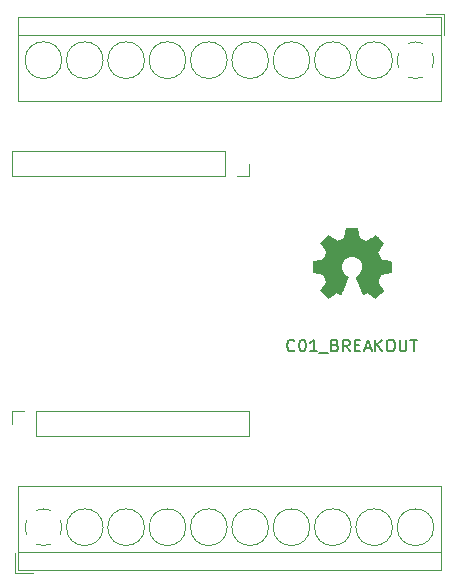
<source format=gbr>
G04 #@! TF.GenerationSoftware,KiCad,Pcbnew,5.1.5-52549c5~86~ubuntu18.04.1*
G04 #@! TF.CreationDate,2020-09-07T14:49:02-05:00*
G04 #@! TF.ProjectId,C01,4330312e-6b69-4636-9164-5f7063625858,rev?*
G04 #@! TF.SameCoordinates,Original*
G04 #@! TF.FileFunction,Legend,Top*
G04 #@! TF.FilePolarity,Positive*
%FSLAX46Y46*%
G04 Gerber Fmt 4.6, Leading zero omitted, Abs format (unit mm)*
G04 Created by KiCad (PCBNEW 5.1.5-52549c5~86~ubuntu18.04.1) date 2020-09-07 14:49:02*
%MOMM*%
%LPD*%
G04 APERTURE LIST*
%ADD10C,0.150000*%
%ADD11C,0.010000*%
%ADD12C,0.120000*%
G04 APERTURE END LIST*
D10*
X44061666Y-48921942D02*
X44014047Y-48969561D01*
X43871190Y-49017180D01*
X43775952Y-49017180D01*
X43633095Y-48969561D01*
X43537857Y-48874323D01*
X43490238Y-48779085D01*
X43442619Y-48588609D01*
X43442619Y-48445752D01*
X43490238Y-48255276D01*
X43537857Y-48160038D01*
X43633095Y-48064800D01*
X43775952Y-48017180D01*
X43871190Y-48017180D01*
X44014047Y-48064800D01*
X44061666Y-48112419D01*
X44680714Y-48017180D02*
X44775952Y-48017180D01*
X44871190Y-48064800D01*
X44918809Y-48112419D01*
X44966428Y-48207657D01*
X45014047Y-48398133D01*
X45014047Y-48636228D01*
X44966428Y-48826704D01*
X44918809Y-48921942D01*
X44871190Y-48969561D01*
X44775952Y-49017180D01*
X44680714Y-49017180D01*
X44585476Y-48969561D01*
X44537857Y-48921942D01*
X44490238Y-48826704D01*
X44442619Y-48636228D01*
X44442619Y-48398133D01*
X44490238Y-48207657D01*
X44537857Y-48112419D01*
X44585476Y-48064800D01*
X44680714Y-48017180D01*
X45966428Y-49017180D02*
X45395000Y-49017180D01*
X45680714Y-49017180D02*
X45680714Y-48017180D01*
X45585476Y-48160038D01*
X45490238Y-48255276D01*
X45395000Y-48302895D01*
X46156904Y-49112419D02*
X46918809Y-49112419D01*
X47490238Y-48493371D02*
X47633095Y-48540990D01*
X47680714Y-48588609D01*
X47728333Y-48683847D01*
X47728333Y-48826704D01*
X47680714Y-48921942D01*
X47633095Y-48969561D01*
X47537857Y-49017180D01*
X47156904Y-49017180D01*
X47156904Y-48017180D01*
X47490238Y-48017180D01*
X47585476Y-48064800D01*
X47633095Y-48112419D01*
X47680714Y-48207657D01*
X47680714Y-48302895D01*
X47633095Y-48398133D01*
X47585476Y-48445752D01*
X47490238Y-48493371D01*
X47156904Y-48493371D01*
X48728333Y-49017180D02*
X48395000Y-48540990D01*
X48156904Y-49017180D02*
X48156904Y-48017180D01*
X48537857Y-48017180D01*
X48633095Y-48064800D01*
X48680714Y-48112419D01*
X48728333Y-48207657D01*
X48728333Y-48350514D01*
X48680714Y-48445752D01*
X48633095Y-48493371D01*
X48537857Y-48540990D01*
X48156904Y-48540990D01*
X49156904Y-48493371D02*
X49490238Y-48493371D01*
X49633095Y-49017180D02*
X49156904Y-49017180D01*
X49156904Y-48017180D01*
X49633095Y-48017180D01*
X50014047Y-48731466D02*
X50490238Y-48731466D01*
X49918809Y-49017180D02*
X50252142Y-48017180D01*
X50585476Y-49017180D01*
X50918809Y-49017180D02*
X50918809Y-48017180D01*
X51490238Y-49017180D02*
X51061666Y-48445752D01*
X51490238Y-48017180D02*
X50918809Y-48588609D01*
X52109285Y-48017180D02*
X52299761Y-48017180D01*
X52395000Y-48064800D01*
X52490238Y-48160038D01*
X52537857Y-48350514D01*
X52537857Y-48683847D01*
X52490238Y-48874323D01*
X52395000Y-48969561D01*
X52299761Y-49017180D01*
X52109285Y-49017180D01*
X52014047Y-48969561D01*
X51918809Y-48874323D01*
X51871190Y-48683847D01*
X51871190Y-48350514D01*
X51918809Y-48160038D01*
X52014047Y-48064800D01*
X52109285Y-48017180D01*
X52966428Y-48017180D02*
X52966428Y-48826704D01*
X53014047Y-48921942D01*
X53061666Y-48969561D01*
X53156904Y-49017180D01*
X53347380Y-49017180D01*
X53442619Y-48969561D01*
X53490238Y-48921942D01*
X53537857Y-48826704D01*
X53537857Y-48017180D01*
X53871190Y-48017180D02*
X54442619Y-48017180D01*
X54156904Y-49017180D02*
X54156904Y-48017180D01*
D11*
G36*
X49450814Y-38997931D02*
G01*
X49534635Y-39442555D01*
X49843920Y-39570053D01*
X50153206Y-39697551D01*
X50524246Y-39445246D01*
X50628157Y-39374996D01*
X50722087Y-39312272D01*
X50801652Y-39259938D01*
X50862470Y-39220857D01*
X50900157Y-39197893D01*
X50910421Y-39192942D01*
X50928910Y-39205676D01*
X50968420Y-39240882D01*
X51024522Y-39294062D01*
X51092787Y-39360718D01*
X51168786Y-39436354D01*
X51248092Y-39516472D01*
X51326275Y-39596574D01*
X51398907Y-39672164D01*
X51461559Y-39738745D01*
X51509803Y-39791818D01*
X51539210Y-39826887D01*
X51546241Y-39838623D01*
X51536123Y-39860260D01*
X51507759Y-39907662D01*
X51464129Y-39976193D01*
X51408218Y-40061215D01*
X51343006Y-40158093D01*
X51305219Y-40213350D01*
X51236343Y-40314248D01*
X51175140Y-40405299D01*
X51124578Y-40481970D01*
X51087628Y-40539728D01*
X51067258Y-40574043D01*
X51064197Y-40581254D01*
X51071136Y-40601748D01*
X51090051Y-40649513D01*
X51118087Y-40717832D01*
X51152391Y-40799989D01*
X51190109Y-40889270D01*
X51228387Y-40978958D01*
X51264370Y-41062338D01*
X51295206Y-41132694D01*
X51318039Y-41183310D01*
X51330017Y-41207471D01*
X51330724Y-41208422D01*
X51349531Y-41213036D01*
X51399618Y-41223328D01*
X51475793Y-41238287D01*
X51572865Y-41256901D01*
X51685643Y-41278159D01*
X51751442Y-41290418D01*
X51871950Y-41313362D01*
X51980797Y-41335195D01*
X52072476Y-41354722D01*
X52141481Y-41370748D01*
X52182304Y-41382079D01*
X52190511Y-41385674D01*
X52198548Y-41410006D01*
X52205033Y-41464959D01*
X52209970Y-41544108D01*
X52213364Y-41641026D01*
X52215218Y-41749287D01*
X52215538Y-41862465D01*
X52214327Y-41974135D01*
X52211590Y-42077868D01*
X52207331Y-42167241D01*
X52201555Y-42235826D01*
X52194267Y-42277197D01*
X52189895Y-42285810D01*
X52163764Y-42296133D01*
X52108393Y-42310892D01*
X52031107Y-42328352D01*
X51939230Y-42346780D01*
X51907158Y-42352741D01*
X51752524Y-42381066D01*
X51630375Y-42403876D01*
X51536673Y-42422080D01*
X51467384Y-42436583D01*
X51418471Y-42448292D01*
X51385897Y-42458115D01*
X51365628Y-42466956D01*
X51353626Y-42475724D01*
X51351947Y-42477457D01*
X51335184Y-42505371D01*
X51309614Y-42559695D01*
X51277788Y-42633777D01*
X51242260Y-42720965D01*
X51205583Y-42814608D01*
X51170311Y-42908052D01*
X51138996Y-42994647D01*
X51114193Y-43067740D01*
X51098454Y-43120678D01*
X51094332Y-43146811D01*
X51094676Y-43147726D01*
X51108641Y-43169086D01*
X51140322Y-43216084D01*
X51186391Y-43283827D01*
X51243518Y-43367423D01*
X51308373Y-43461982D01*
X51326843Y-43488854D01*
X51392699Y-43586275D01*
X51450650Y-43675163D01*
X51497538Y-43750412D01*
X51530207Y-43806920D01*
X51545500Y-43839581D01*
X51546241Y-43843593D01*
X51533392Y-43864684D01*
X51497888Y-43906464D01*
X51444293Y-43964445D01*
X51377171Y-44034135D01*
X51301087Y-44111045D01*
X51220604Y-44190683D01*
X51140287Y-44268561D01*
X51064699Y-44340186D01*
X50998405Y-44401070D01*
X50945969Y-44446721D01*
X50911955Y-44472650D01*
X50902545Y-44476883D01*
X50880643Y-44466912D01*
X50835800Y-44440020D01*
X50775321Y-44400736D01*
X50728789Y-44369117D01*
X50644475Y-44311098D01*
X50544626Y-44242784D01*
X50444473Y-44174579D01*
X50390627Y-44138075D01*
X50208371Y-44014800D01*
X50055381Y-44097520D01*
X49985682Y-44133759D01*
X49926414Y-44161926D01*
X49886311Y-44177991D01*
X49876103Y-44180226D01*
X49863829Y-44163722D01*
X49839613Y-44117082D01*
X49805263Y-44044609D01*
X49762588Y-43950606D01*
X49713394Y-43839374D01*
X49659490Y-43715215D01*
X49602684Y-43582432D01*
X49544782Y-43445327D01*
X49487593Y-43308202D01*
X49432924Y-43175358D01*
X49382584Y-43051098D01*
X49338380Y-42939725D01*
X49302119Y-42845539D01*
X49275609Y-42772844D01*
X49260658Y-42725941D01*
X49258254Y-42709833D01*
X49277311Y-42689286D01*
X49319036Y-42655933D01*
X49374706Y-42616702D01*
X49379378Y-42613599D01*
X49523264Y-42498423D01*
X49639283Y-42364053D01*
X49726430Y-42214784D01*
X49783699Y-42054913D01*
X49810086Y-41888737D01*
X49804585Y-41720552D01*
X49766190Y-41554655D01*
X49693895Y-41395342D01*
X49672626Y-41360487D01*
X49561996Y-41219737D01*
X49431302Y-41106714D01*
X49285064Y-41022003D01*
X49127808Y-40966194D01*
X48964057Y-40939874D01*
X48798333Y-40943630D01*
X48635162Y-40978050D01*
X48479065Y-41043723D01*
X48334567Y-41141235D01*
X48289869Y-41180813D01*
X48176112Y-41304703D01*
X48093218Y-41435124D01*
X48036356Y-41581315D01*
X48004687Y-41726088D01*
X47996869Y-41888860D01*
X48022938Y-42052440D01*
X48080245Y-42211298D01*
X48166144Y-42359906D01*
X48277986Y-42492735D01*
X48413123Y-42604256D01*
X48430883Y-42616011D01*
X48487150Y-42654508D01*
X48529923Y-42687863D01*
X48550372Y-42709160D01*
X48550669Y-42709833D01*
X48546279Y-42732871D01*
X48528876Y-42785157D01*
X48500268Y-42862390D01*
X48462265Y-42960268D01*
X48416674Y-43074491D01*
X48365303Y-43200758D01*
X48309962Y-43334767D01*
X48252458Y-43472218D01*
X48194601Y-43608808D01*
X48138198Y-43740237D01*
X48085058Y-43862205D01*
X48036990Y-43970409D01*
X47995801Y-44060549D01*
X47963301Y-44128323D01*
X47941297Y-44169430D01*
X47932436Y-44180226D01*
X47905360Y-44171819D01*
X47854697Y-44149272D01*
X47789183Y-44116613D01*
X47753159Y-44097520D01*
X47600168Y-44014800D01*
X47417912Y-44138075D01*
X47324875Y-44201228D01*
X47223015Y-44270727D01*
X47127562Y-44336165D01*
X47079750Y-44369117D01*
X47012505Y-44414273D01*
X46955564Y-44450057D01*
X46916354Y-44471938D01*
X46903619Y-44476563D01*
X46885083Y-44464085D01*
X46844059Y-44429252D01*
X46784525Y-44375678D01*
X46710458Y-44306983D01*
X46625835Y-44226781D01*
X46572315Y-44175286D01*
X46478681Y-44083286D01*
X46397759Y-44000999D01*
X46332823Y-43931945D01*
X46287142Y-43879644D01*
X46263989Y-43847616D01*
X46261768Y-43841116D01*
X46272076Y-43816394D01*
X46300561Y-43766405D01*
X46344063Y-43696212D01*
X46399423Y-43610875D01*
X46463480Y-43515456D01*
X46481697Y-43488854D01*
X46548073Y-43392167D01*
X46607622Y-43305117D01*
X46657016Y-43232595D01*
X46692925Y-43179493D01*
X46712019Y-43150703D01*
X46713864Y-43147726D01*
X46711105Y-43124782D01*
X46696462Y-43074336D01*
X46672487Y-43003041D01*
X46641734Y-42917547D01*
X46606756Y-42824507D01*
X46570107Y-42730574D01*
X46534339Y-42642399D01*
X46502006Y-42566634D01*
X46475662Y-42509931D01*
X46457858Y-42478943D01*
X46456593Y-42477457D01*
X46445706Y-42468601D01*
X46427318Y-42459843D01*
X46397394Y-42450277D01*
X46351897Y-42438996D01*
X46286791Y-42425093D01*
X46198039Y-42407663D01*
X46081607Y-42385798D01*
X45933458Y-42358591D01*
X45901382Y-42352741D01*
X45806314Y-42334374D01*
X45723435Y-42316405D01*
X45660070Y-42300569D01*
X45623542Y-42288600D01*
X45618644Y-42285810D01*
X45610573Y-42261072D01*
X45604013Y-42205790D01*
X45598967Y-42126389D01*
X45595441Y-42029296D01*
X45593439Y-41920938D01*
X45592964Y-41807740D01*
X45594023Y-41696128D01*
X45596618Y-41592529D01*
X45600754Y-41503368D01*
X45606437Y-41435072D01*
X45613669Y-41394066D01*
X45618029Y-41385674D01*
X45642302Y-41377208D01*
X45697574Y-41363435D01*
X45778338Y-41345550D01*
X45879088Y-41324748D01*
X45994317Y-41302223D01*
X46057098Y-41290418D01*
X46176213Y-41268151D01*
X46282435Y-41247979D01*
X46370573Y-41230915D01*
X46435434Y-41217969D01*
X46471826Y-41210155D01*
X46477816Y-41208422D01*
X46487939Y-41188890D01*
X46509338Y-41141843D01*
X46539161Y-41074003D01*
X46574555Y-40992091D01*
X46612668Y-40902828D01*
X46650647Y-40812935D01*
X46685640Y-40729135D01*
X46714794Y-40658147D01*
X46735257Y-40606694D01*
X46744177Y-40581497D01*
X46744343Y-40580396D01*
X46734231Y-40560519D01*
X46705883Y-40514777D01*
X46662277Y-40447717D01*
X46606394Y-40363884D01*
X46541213Y-40267826D01*
X46503321Y-40212650D01*
X46434275Y-40111481D01*
X46372950Y-40019630D01*
X46322337Y-39941744D01*
X46285429Y-39882469D01*
X46265218Y-39846451D01*
X46262299Y-39838377D01*
X46274847Y-39819584D01*
X46309537Y-39779457D01*
X46361937Y-39722493D01*
X46427616Y-39653185D01*
X46502144Y-39576031D01*
X46581087Y-39495525D01*
X46660017Y-39416163D01*
X46734500Y-39342440D01*
X46800106Y-39278852D01*
X46852404Y-39229894D01*
X46886961Y-39200061D01*
X46898522Y-39192942D01*
X46917346Y-39202953D01*
X46962369Y-39231078D01*
X47029213Y-39274454D01*
X47113501Y-39330218D01*
X47210856Y-39395506D01*
X47284293Y-39445246D01*
X47655333Y-39697551D01*
X48273905Y-39442555D01*
X48357725Y-38997931D01*
X48441546Y-38553307D01*
X49366994Y-38553307D01*
X49450814Y-38997931D01*
G37*
X49450814Y-38997931D02*
X49534635Y-39442555D01*
X49843920Y-39570053D01*
X50153206Y-39697551D01*
X50524246Y-39445246D01*
X50628157Y-39374996D01*
X50722087Y-39312272D01*
X50801652Y-39259938D01*
X50862470Y-39220857D01*
X50900157Y-39197893D01*
X50910421Y-39192942D01*
X50928910Y-39205676D01*
X50968420Y-39240882D01*
X51024522Y-39294062D01*
X51092787Y-39360718D01*
X51168786Y-39436354D01*
X51248092Y-39516472D01*
X51326275Y-39596574D01*
X51398907Y-39672164D01*
X51461559Y-39738745D01*
X51509803Y-39791818D01*
X51539210Y-39826887D01*
X51546241Y-39838623D01*
X51536123Y-39860260D01*
X51507759Y-39907662D01*
X51464129Y-39976193D01*
X51408218Y-40061215D01*
X51343006Y-40158093D01*
X51305219Y-40213350D01*
X51236343Y-40314248D01*
X51175140Y-40405299D01*
X51124578Y-40481970D01*
X51087628Y-40539728D01*
X51067258Y-40574043D01*
X51064197Y-40581254D01*
X51071136Y-40601748D01*
X51090051Y-40649513D01*
X51118087Y-40717832D01*
X51152391Y-40799989D01*
X51190109Y-40889270D01*
X51228387Y-40978958D01*
X51264370Y-41062338D01*
X51295206Y-41132694D01*
X51318039Y-41183310D01*
X51330017Y-41207471D01*
X51330724Y-41208422D01*
X51349531Y-41213036D01*
X51399618Y-41223328D01*
X51475793Y-41238287D01*
X51572865Y-41256901D01*
X51685643Y-41278159D01*
X51751442Y-41290418D01*
X51871950Y-41313362D01*
X51980797Y-41335195D01*
X52072476Y-41354722D01*
X52141481Y-41370748D01*
X52182304Y-41382079D01*
X52190511Y-41385674D01*
X52198548Y-41410006D01*
X52205033Y-41464959D01*
X52209970Y-41544108D01*
X52213364Y-41641026D01*
X52215218Y-41749287D01*
X52215538Y-41862465D01*
X52214327Y-41974135D01*
X52211590Y-42077868D01*
X52207331Y-42167241D01*
X52201555Y-42235826D01*
X52194267Y-42277197D01*
X52189895Y-42285810D01*
X52163764Y-42296133D01*
X52108393Y-42310892D01*
X52031107Y-42328352D01*
X51939230Y-42346780D01*
X51907158Y-42352741D01*
X51752524Y-42381066D01*
X51630375Y-42403876D01*
X51536673Y-42422080D01*
X51467384Y-42436583D01*
X51418471Y-42448292D01*
X51385897Y-42458115D01*
X51365628Y-42466956D01*
X51353626Y-42475724D01*
X51351947Y-42477457D01*
X51335184Y-42505371D01*
X51309614Y-42559695D01*
X51277788Y-42633777D01*
X51242260Y-42720965D01*
X51205583Y-42814608D01*
X51170311Y-42908052D01*
X51138996Y-42994647D01*
X51114193Y-43067740D01*
X51098454Y-43120678D01*
X51094332Y-43146811D01*
X51094676Y-43147726D01*
X51108641Y-43169086D01*
X51140322Y-43216084D01*
X51186391Y-43283827D01*
X51243518Y-43367423D01*
X51308373Y-43461982D01*
X51326843Y-43488854D01*
X51392699Y-43586275D01*
X51450650Y-43675163D01*
X51497538Y-43750412D01*
X51530207Y-43806920D01*
X51545500Y-43839581D01*
X51546241Y-43843593D01*
X51533392Y-43864684D01*
X51497888Y-43906464D01*
X51444293Y-43964445D01*
X51377171Y-44034135D01*
X51301087Y-44111045D01*
X51220604Y-44190683D01*
X51140287Y-44268561D01*
X51064699Y-44340186D01*
X50998405Y-44401070D01*
X50945969Y-44446721D01*
X50911955Y-44472650D01*
X50902545Y-44476883D01*
X50880643Y-44466912D01*
X50835800Y-44440020D01*
X50775321Y-44400736D01*
X50728789Y-44369117D01*
X50644475Y-44311098D01*
X50544626Y-44242784D01*
X50444473Y-44174579D01*
X50390627Y-44138075D01*
X50208371Y-44014800D01*
X50055381Y-44097520D01*
X49985682Y-44133759D01*
X49926414Y-44161926D01*
X49886311Y-44177991D01*
X49876103Y-44180226D01*
X49863829Y-44163722D01*
X49839613Y-44117082D01*
X49805263Y-44044609D01*
X49762588Y-43950606D01*
X49713394Y-43839374D01*
X49659490Y-43715215D01*
X49602684Y-43582432D01*
X49544782Y-43445327D01*
X49487593Y-43308202D01*
X49432924Y-43175358D01*
X49382584Y-43051098D01*
X49338380Y-42939725D01*
X49302119Y-42845539D01*
X49275609Y-42772844D01*
X49260658Y-42725941D01*
X49258254Y-42709833D01*
X49277311Y-42689286D01*
X49319036Y-42655933D01*
X49374706Y-42616702D01*
X49379378Y-42613599D01*
X49523264Y-42498423D01*
X49639283Y-42364053D01*
X49726430Y-42214784D01*
X49783699Y-42054913D01*
X49810086Y-41888737D01*
X49804585Y-41720552D01*
X49766190Y-41554655D01*
X49693895Y-41395342D01*
X49672626Y-41360487D01*
X49561996Y-41219737D01*
X49431302Y-41106714D01*
X49285064Y-41022003D01*
X49127808Y-40966194D01*
X48964057Y-40939874D01*
X48798333Y-40943630D01*
X48635162Y-40978050D01*
X48479065Y-41043723D01*
X48334567Y-41141235D01*
X48289869Y-41180813D01*
X48176112Y-41304703D01*
X48093218Y-41435124D01*
X48036356Y-41581315D01*
X48004687Y-41726088D01*
X47996869Y-41888860D01*
X48022938Y-42052440D01*
X48080245Y-42211298D01*
X48166144Y-42359906D01*
X48277986Y-42492735D01*
X48413123Y-42604256D01*
X48430883Y-42616011D01*
X48487150Y-42654508D01*
X48529923Y-42687863D01*
X48550372Y-42709160D01*
X48550669Y-42709833D01*
X48546279Y-42732871D01*
X48528876Y-42785157D01*
X48500268Y-42862390D01*
X48462265Y-42960268D01*
X48416674Y-43074491D01*
X48365303Y-43200758D01*
X48309962Y-43334767D01*
X48252458Y-43472218D01*
X48194601Y-43608808D01*
X48138198Y-43740237D01*
X48085058Y-43862205D01*
X48036990Y-43970409D01*
X47995801Y-44060549D01*
X47963301Y-44128323D01*
X47941297Y-44169430D01*
X47932436Y-44180226D01*
X47905360Y-44171819D01*
X47854697Y-44149272D01*
X47789183Y-44116613D01*
X47753159Y-44097520D01*
X47600168Y-44014800D01*
X47417912Y-44138075D01*
X47324875Y-44201228D01*
X47223015Y-44270727D01*
X47127562Y-44336165D01*
X47079750Y-44369117D01*
X47012505Y-44414273D01*
X46955564Y-44450057D01*
X46916354Y-44471938D01*
X46903619Y-44476563D01*
X46885083Y-44464085D01*
X46844059Y-44429252D01*
X46784525Y-44375678D01*
X46710458Y-44306983D01*
X46625835Y-44226781D01*
X46572315Y-44175286D01*
X46478681Y-44083286D01*
X46397759Y-44000999D01*
X46332823Y-43931945D01*
X46287142Y-43879644D01*
X46263989Y-43847616D01*
X46261768Y-43841116D01*
X46272076Y-43816394D01*
X46300561Y-43766405D01*
X46344063Y-43696212D01*
X46399423Y-43610875D01*
X46463480Y-43515456D01*
X46481697Y-43488854D01*
X46548073Y-43392167D01*
X46607622Y-43305117D01*
X46657016Y-43232595D01*
X46692925Y-43179493D01*
X46712019Y-43150703D01*
X46713864Y-43147726D01*
X46711105Y-43124782D01*
X46696462Y-43074336D01*
X46672487Y-43003041D01*
X46641734Y-42917547D01*
X46606756Y-42824507D01*
X46570107Y-42730574D01*
X46534339Y-42642399D01*
X46502006Y-42566634D01*
X46475662Y-42509931D01*
X46457858Y-42478943D01*
X46456593Y-42477457D01*
X46445706Y-42468601D01*
X46427318Y-42459843D01*
X46397394Y-42450277D01*
X46351897Y-42438996D01*
X46286791Y-42425093D01*
X46198039Y-42407663D01*
X46081607Y-42385798D01*
X45933458Y-42358591D01*
X45901382Y-42352741D01*
X45806314Y-42334374D01*
X45723435Y-42316405D01*
X45660070Y-42300569D01*
X45623542Y-42288600D01*
X45618644Y-42285810D01*
X45610573Y-42261072D01*
X45604013Y-42205790D01*
X45598967Y-42126389D01*
X45595441Y-42029296D01*
X45593439Y-41920938D01*
X45592964Y-41807740D01*
X45594023Y-41696128D01*
X45596618Y-41592529D01*
X45600754Y-41503368D01*
X45606437Y-41435072D01*
X45613669Y-41394066D01*
X45618029Y-41385674D01*
X45642302Y-41377208D01*
X45697574Y-41363435D01*
X45778338Y-41345550D01*
X45879088Y-41324748D01*
X45994317Y-41302223D01*
X46057098Y-41290418D01*
X46176213Y-41268151D01*
X46282435Y-41247979D01*
X46370573Y-41230915D01*
X46435434Y-41217969D01*
X46471826Y-41210155D01*
X46477816Y-41208422D01*
X46487939Y-41188890D01*
X46509338Y-41141843D01*
X46539161Y-41074003D01*
X46574555Y-40992091D01*
X46612668Y-40902828D01*
X46650647Y-40812935D01*
X46685640Y-40729135D01*
X46714794Y-40658147D01*
X46735257Y-40606694D01*
X46744177Y-40581497D01*
X46744343Y-40580396D01*
X46734231Y-40560519D01*
X46705883Y-40514777D01*
X46662277Y-40447717D01*
X46606394Y-40363884D01*
X46541213Y-40267826D01*
X46503321Y-40212650D01*
X46434275Y-40111481D01*
X46372950Y-40019630D01*
X46322337Y-39941744D01*
X46285429Y-39882469D01*
X46265218Y-39846451D01*
X46262299Y-39838377D01*
X46274847Y-39819584D01*
X46309537Y-39779457D01*
X46361937Y-39722493D01*
X46427616Y-39653185D01*
X46502144Y-39576031D01*
X46581087Y-39495525D01*
X46660017Y-39416163D01*
X46734500Y-39342440D01*
X46800106Y-39278852D01*
X46852404Y-39229894D01*
X46886961Y-39200061D01*
X46898522Y-39192942D01*
X46917346Y-39202953D01*
X46962369Y-39231078D01*
X47029213Y-39274454D01*
X47113501Y-39330218D01*
X47210856Y-39395506D01*
X47284293Y-39445246D01*
X47655333Y-39697551D01*
X48273905Y-39442555D01*
X48357725Y-38997931D01*
X48441546Y-38553307D01*
X49366994Y-38553307D01*
X49450814Y-38997931D01*
D12*
X20106800Y-55130000D02*
X20106800Y-54070000D01*
X20106800Y-54070000D02*
X21166800Y-54070000D01*
X22166800Y-54070000D02*
X40226800Y-54070000D01*
X40226800Y-56190000D02*
X40226800Y-54070000D01*
X22166800Y-56190000D02*
X40226800Y-56190000D01*
X22166800Y-56190000D02*
X22166800Y-54070000D01*
X40226800Y-33130000D02*
X40226800Y-34190000D01*
X40226800Y-34190000D02*
X39166800Y-34190000D01*
X38166800Y-34190000D02*
X20106800Y-34190000D01*
X20106800Y-32070000D02*
X20106800Y-34190000D01*
X38166800Y-32070000D02*
X20106800Y-32070000D01*
X38166800Y-32070000D02*
X38166800Y-34190000D01*
X20405200Y-67801400D02*
X21905200Y-67801400D01*
X20405200Y-66061400D02*
X20405200Y-67801400D01*
X56465200Y-60441400D02*
X56465200Y-67561400D01*
X20645200Y-60441400D02*
X20645200Y-67561400D01*
X20645200Y-67561400D02*
X56465200Y-67561400D01*
X20645200Y-60441400D02*
X56465200Y-60441400D01*
X20645200Y-66001400D02*
X56465200Y-66001400D01*
X55860200Y-63901400D02*
G75*
G03X55860200Y-63901400I-1555000J0D01*
G01*
X52360200Y-63901400D02*
G75*
G03X52360200Y-63901400I-1555000J0D01*
G01*
X48860200Y-63901400D02*
G75*
G03X48860200Y-63901400I-1555000J0D01*
G01*
X45360200Y-63901400D02*
G75*
G03X45360200Y-63901400I-1555000J0D01*
G01*
X41860200Y-63901400D02*
G75*
G03X41860200Y-63901400I-1555000J0D01*
G01*
X38360200Y-63901400D02*
G75*
G03X38360200Y-63901400I-1555000J0D01*
G01*
X34860200Y-63901400D02*
G75*
G03X34860200Y-63901400I-1555000J0D01*
G01*
X31360200Y-63901400D02*
G75*
G03X31360200Y-63901400I-1555000J0D01*
G01*
X27860200Y-63901400D02*
G75*
G03X27860200Y-63901400I-1555000J0D01*
G01*
X22832211Y-65456892D02*
G75*
G02X22197200Y-65333400I-27011J1555492D01*
G01*
X21373091Y-64509142D02*
G75*
G02X21373200Y-63293400I1432109J607742D01*
G01*
X22197458Y-62469291D02*
G75*
G02X23413200Y-62469400I607742J-1432109D01*
G01*
X24237309Y-63293658D02*
G75*
G02X24237200Y-64509400I-1432109J-607742D01*
G01*
X23412787Y-65332785D02*
G75*
G02X22805200Y-65456400I-607587J1431385D01*
G01*
X56705200Y-20458600D02*
X55205200Y-20458600D01*
X56705200Y-22198600D02*
X56705200Y-20458600D01*
X20645200Y-27818600D02*
X20645200Y-20698600D01*
X56465200Y-27818600D02*
X56465200Y-20698600D01*
X56465200Y-20698600D02*
X20645200Y-20698600D01*
X56465200Y-27818600D02*
X20645200Y-27818600D01*
X56465200Y-22258600D02*
X20645200Y-22258600D01*
X24360200Y-24358600D02*
G75*
G03X24360200Y-24358600I-1555000J0D01*
G01*
X27860200Y-24358600D02*
G75*
G03X27860200Y-24358600I-1555000J0D01*
G01*
X31360200Y-24358600D02*
G75*
G03X31360200Y-24358600I-1555000J0D01*
G01*
X34860200Y-24358600D02*
G75*
G03X34860200Y-24358600I-1555000J0D01*
G01*
X38360200Y-24358600D02*
G75*
G03X38360200Y-24358600I-1555000J0D01*
G01*
X41860200Y-24358600D02*
G75*
G03X41860200Y-24358600I-1555000J0D01*
G01*
X45360200Y-24358600D02*
G75*
G03X45360200Y-24358600I-1555000J0D01*
G01*
X48860200Y-24358600D02*
G75*
G03X48860200Y-24358600I-1555000J0D01*
G01*
X52360200Y-24358600D02*
G75*
G03X52360200Y-24358600I-1555000J0D01*
G01*
X54278189Y-22803108D02*
G75*
G02X54913200Y-22926600I27011J-1555492D01*
G01*
X55737309Y-23750858D02*
G75*
G02X55737200Y-24966600I-1432109J-607742D01*
G01*
X54912942Y-25790709D02*
G75*
G02X53697200Y-25790600I-607742J1432109D01*
G01*
X52873091Y-24966342D02*
G75*
G02X52873200Y-23750600I1432109J607742D01*
G01*
X53697613Y-22927215D02*
G75*
G02X54305200Y-22803600I607587J-1431385D01*
G01*
M02*

</source>
